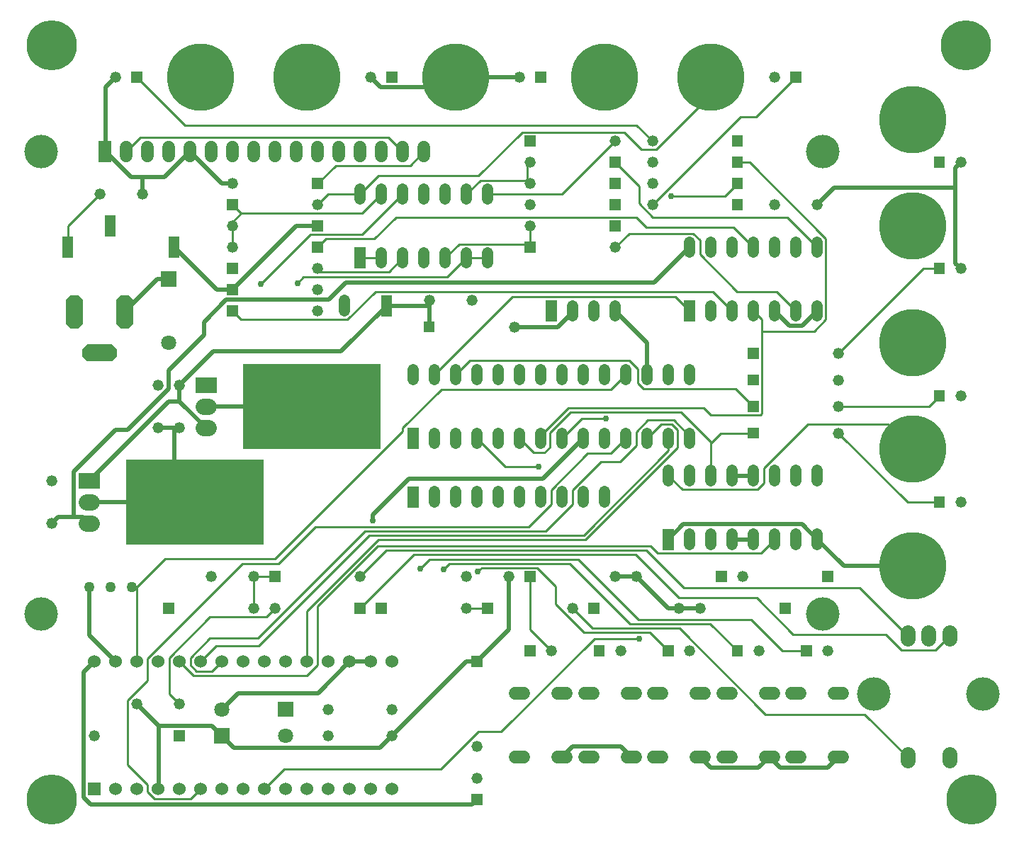
<source format=gtl>
%FSLAX24Y24*%
%MOIN*%
%ADD10C,0.0100*%
%ADD11C,0.0200*%
%ADD12C,0.0300*%
%ADD13C,0.0500*%
%ADD14C,0.0520*%
%ADD15C,0.0591*%
%ADD16C,0.0600*%
%ADD17C,0.0700*%
%ADD18C,0.0709*%
%ADD19C,0.0750*%
%ADD20C,0.1575*%
%ADD21C,0.2362*%
%ADD22C,0.3150*%
D10*
G01X12500Y11000D02*
X12089Y10589D01*
X12089Y10589D02*
X9439Y10589D01*
X9439Y10589D02*
X7531Y8681D01*
X7531Y8681D02*
X7531Y6968D01*
X7531Y6968D02*
X8000Y6500D01*
X35410Y24031D02*
X37858Y24031D01*
X37858Y24031D02*
X38413Y24586D01*
X38413Y24586D02*
X38413Y28408D01*
X38413Y28408D02*
X34821Y32000D01*
X34821Y32000D02*
X34250Y32000D01*
X25000Y18999D02*
X25000Y19150D01*
X25000Y19150D02*
X26295Y20445D01*
X26295Y20445D02*
X32655Y20445D01*
X32655Y20445D02*
X33011Y20089D01*
X33011Y20089D02*
X35335Y20089D01*
X35335Y20089D02*
X35410Y20164D01*
X35410Y20164D02*
X35410Y24031D01*
X35410Y24031D02*
X35410Y24589D01*
X35410Y24589D02*
X35000Y25000D01*
X35000Y28000D02*
X34048Y28951D01*
X34048Y28951D02*
X29971Y28951D01*
X29971Y28951D02*
X29513Y29410D01*
X29513Y29410D02*
X18190Y29410D01*
X18190Y29410D02*
X17169Y28389D01*
X17169Y28389D02*
X14889Y28389D01*
X14889Y28389D02*
X14499Y28000D01*
X28500Y28000D02*
X29150Y28650D01*
X29150Y28650D02*
X32181Y28650D01*
X32181Y28650D02*
X32500Y28331D01*
X32500Y28331D02*
X32500Y27656D01*
X32500Y27656D02*
X34246Y25910D01*
X34246Y25910D02*
X36089Y25910D01*
X36089Y25910D02*
X37000Y25000D01*
X26000Y18999D02*
X26941Y19941D01*
X26941Y19941D02*
X28051Y19941D01*
X30249Y30000D02*
X34391Y34141D01*
X34391Y34141D02*
X35141Y34141D01*
X35141Y34141D02*
X37000Y36000D01*
X34250Y9000D02*
X32978Y10271D01*
X32978Y10271D02*
X29196Y10271D01*
X29196Y10271D02*
X26357Y13110D01*
X26357Y13110D02*
X20703Y13110D01*
X20703Y13110D02*
X20424Y12830D01*
X31000Y9000D02*
X30128Y9871D01*
X30128Y9871D02*
X27042Y9871D01*
X27042Y9871D02*
X25712Y11200D01*
X25712Y11200D02*
X25712Y12037D01*
X25712Y12037D02*
X24840Y12910D01*
X24840Y12910D02*
X22227Y12910D01*
X22227Y12910D02*
X22047Y12730D01*
X24349Y28150D02*
X21150Y28150D01*
X21150Y28150D02*
X20500Y27500D01*
X24500Y28000D02*
X24349Y28150D01*
X24349Y28150D02*
X24500Y28300D01*
X24500Y28300D02*
X24500Y29000D01*
X18500Y30500D02*
X16589Y28589D01*
X16589Y28589D02*
X14153Y28589D01*
X14153Y28589D02*
X11838Y26275D01*
X31000Y18999D02*
X31000Y18423D01*
X31000Y18423D02*
X27016Y14439D01*
X27016Y14439D02*
X16946Y14439D01*
X16946Y14439D02*
X11746Y9239D01*
X11746Y9239D02*
X9739Y9239D01*
X9739Y9239D02*
X9000Y8500D01*
X10500Y25000D02*
X10912Y24587D01*
X10912Y24587D02*
X15911Y24587D01*
X15911Y24587D02*
X17234Y25910D01*
X17234Y25910D02*
X33089Y25910D01*
X33089Y25910D02*
X34000Y25000D01*
X19499Y32500D02*
X18849Y31849D01*
X18849Y31849D02*
X15349Y31849D01*
X15349Y31849D02*
X14499Y31000D01*
X42250Y3999D02*
X40234Y6015D01*
X40234Y6015D02*
X35577Y6015D01*
X35577Y6015D02*
X31521Y10071D01*
X31521Y10071D02*
X27428Y10071D01*
X27428Y10071D02*
X26500Y11000D01*
X21500Y27500D02*
X20589Y26589D01*
X20589Y26589D02*
X13833Y26589D01*
X13833Y26589D02*
X13548Y26304D01*
X22500Y27500D02*
X21500Y27500D01*
X33000Y36000D02*
X33000Y35152D01*
X33000Y35152D02*
X30437Y32589D01*
X30437Y32589D02*
X29743Y32589D01*
X29743Y32589D02*
X28923Y33410D01*
X28923Y33410D02*
X24123Y33410D01*
X24123Y33410D02*
X22074Y31360D01*
X22074Y31360D02*
X17360Y31360D01*
X17360Y31360D02*
X16500Y30500D01*
X14500Y30000D02*
X15000Y30500D01*
X15000Y30500D02*
X16500Y30500D01*
X30000Y18999D02*
X30653Y19653D01*
X30653Y19653D02*
X31169Y19653D01*
X31169Y19653D02*
X31417Y19405D01*
X31417Y19405D02*
X31417Y18557D01*
X31417Y18557D02*
X27099Y14239D01*
X27099Y14239D02*
X17358Y14239D01*
X17358Y14239D02*
X14000Y10881D01*
X14000Y10881D02*
X14000Y8500D01*
X23999Y18999D02*
X24669Y18330D01*
X24669Y18330D02*
X25176Y18330D01*
X25176Y18330D02*
X25429Y18583D01*
X25429Y18583D02*
X25429Y19260D01*
X25429Y19260D02*
X26412Y20243D01*
X26412Y20243D02*
X31604Y20243D01*
X31604Y20243D02*
X33028Y18818D01*
X33000Y17250D02*
X33000Y18790D01*
X33000Y18790D02*
X33028Y18818D01*
X33028Y18818D02*
X33459Y19250D01*
X33459Y19250D02*
X34999Y19250D01*
X21000Y21999D02*
X21668Y22668D01*
X21668Y22668D02*
X29174Y22668D01*
X29174Y22668D02*
X29570Y22272D01*
X29570Y22272D02*
X29570Y21609D01*
X29570Y21609D02*
X29840Y21339D01*
X29840Y21339D02*
X34160Y21339D01*
X34160Y21339D02*
X34999Y20500D01*
X21999Y18999D02*
X23344Y17655D01*
X23344Y17655D02*
X24900Y17655D01*
X16500Y11000D02*
X19022Y13522D01*
X19022Y13522D02*
X29453Y13522D01*
X29453Y13522D02*
X31487Y11487D01*
X31487Y11487D02*
X35154Y11487D01*
X35154Y11487D02*
X36875Y9766D01*
X36875Y9766D02*
X41242Y9766D01*
X41242Y9766D02*
X41965Y9042D01*
X41965Y9042D02*
X43552Y9042D01*
X43552Y9042D02*
X44218Y9708D01*
X29620Y9571D02*
X27515Y9571D01*
X27515Y9571D02*
X23134Y5189D01*
X23134Y5189D02*
X22081Y5189D01*
X22081Y5189D02*
X20314Y3422D01*
X20314Y3422D02*
X12922Y3422D01*
X12922Y3422D02*
X12000Y2500D01*
X31000Y17250D02*
X31656Y16593D01*
X31656Y16593D02*
X35187Y16593D01*
X35187Y16593D02*
X35500Y16906D01*
X35500Y16906D02*
X35500Y17589D01*
X35500Y17589D02*
X37570Y19660D01*
X37570Y19660D02*
X41339Y19660D01*
X41339Y19660D02*
X42500Y18500D01*
X30249Y33000D02*
X29506Y33743D01*
X29506Y33743D02*
X8256Y33743D01*
X8256Y33743D02*
X6000Y36000D01*
X24349Y31150D02*
X24500Y31000D01*
X21500Y30500D02*
X22150Y31150D01*
X22150Y31150D02*
X24349Y31150D01*
X24349Y31150D02*
X24349Y31849D01*
X24349Y31849D02*
X24500Y32000D01*
X10500Y29000D02*
X10500Y28000D01*
X10910Y29589D02*
X10500Y29179D01*
X10500Y29179D02*
X10500Y29000D01*
X10910Y29589D02*
X10500Y30000D01*
X17500Y30500D02*
X16589Y29589D01*
X16589Y29589D02*
X10910Y29589D01*
X24500Y12500D02*
X24500Y10000D01*
X24500Y10000D02*
X25500Y9000D01*
X31999Y18999D02*
X32000Y19106D01*
X32000Y19106D02*
X31252Y19853D01*
X31252Y19853D02*
X30033Y19853D01*
X30033Y19853D02*
X29490Y19309D01*
X29490Y19309D02*
X29490Y18662D01*
X29490Y18662D02*
X28727Y17900D01*
X28727Y17900D02*
X27818Y17900D01*
X27818Y17900D02*
X26500Y16581D01*
X26500Y16581D02*
X26500Y15906D01*
X26500Y15906D02*
X25232Y14639D01*
X25232Y14639D02*
X16735Y14639D01*
X16735Y14639D02*
X11683Y9587D01*
X11683Y9587D02*
X9439Y9587D01*
X9439Y9587D02*
X8534Y8682D01*
X8534Y8682D02*
X8534Y8319D01*
X8534Y8319D02*
X8807Y8046D01*
X8807Y8046D02*
X9546Y8046D01*
X9546Y8046D02*
X10000Y8500D01*
X36000Y14250D02*
X35348Y13598D01*
X35348Y13598D02*
X30496Y13598D01*
X30496Y13598D02*
X30172Y13922D01*
X30172Y13922D02*
X17324Y13922D01*
X17324Y13922D02*
X14500Y11098D01*
X14500Y11098D02*
X14500Y8337D01*
X14500Y8337D02*
X13990Y7828D01*
X13990Y7828D02*
X8671Y7828D01*
X8671Y7828D02*
X8000Y8500D01*
X38999Y20500D02*
X43250Y20500D01*
X43250Y20500D02*
X43750Y21000D01*
X42250Y9708D02*
X39999Y11959D01*
X39999Y11959D02*
X31735Y11959D01*
X31735Y11959D02*
X29972Y13722D01*
X29972Y13722D02*
X17722Y13722D01*
X17722Y13722D02*
X16500Y12500D01*
X20000Y21999D02*
X23653Y25653D01*
X23653Y25653D02*
X31346Y25653D01*
X31346Y25653D02*
X32000Y25000D01*
X4249Y30500D02*
X2750Y29000D01*
X2750Y29000D02*
X2749Y27999D01*
X18500Y32500D02*
X17847Y33152D01*
X17847Y33152D02*
X6152Y33152D01*
X6152Y33152D02*
X5499Y32500D01*
X22500Y11000D02*
X21500Y11000D01*
X18500Y27500D02*
X17849Y26849D01*
X17849Y26849D02*
X14650Y26849D01*
X14650Y26849D02*
X14500Y27000D01*
X28500Y32000D02*
X29616Y30883D01*
X29616Y30883D02*
X29616Y30052D01*
X29616Y30052D02*
X30273Y29395D01*
X30273Y29395D02*
X36604Y29395D01*
X36604Y29395D02*
X38000Y28000D01*
X37500Y9000D02*
X36354Y9000D01*
X36354Y9000D02*
X34882Y10471D01*
X34882Y10471D02*
X29611Y10471D01*
X29611Y10471D02*
X26772Y13310D01*
X26772Y13310D02*
X19769Y13310D01*
X19769Y13310D02*
X19322Y12863D01*
X17500Y27500D02*
X16500Y27500D01*
X29000Y18999D02*
X28295Y18295D01*
X28295Y18295D02*
X27214Y18295D01*
X27214Y18295D02*
X25500Y16581D01*
X25500Y16581D02*
X25500Y15906D01*
X25500Y15906D02*
X24433Y14839D01*
X24433Y14839D02*
X14400Y14839D01*
X14400Y14839D02*
X12651Y13090D01*
X12651Y13090D02*
X10951Y13090D01*
X10951Y13090D02*
X6500Y8639D01*
X6500Y8639D02*
X6500Y7587D01*
X6500Y7587D02*
X5568Y6655D01*
X5568Y6655D02*
X5568Y3631D01*
X5568Y3631D02*
X6500Y2700D01*
X6500Y2700D02*
X6500Y2363D01*
X6500Y2363D02*
X6818Y2045D01*
X6818Y2045D02*
X8545Y2045D01*
X8545Y2045D02*
X9000Y2500D01*
X22500Y30500D02*
X26000Y30500D01*
X26000Y30500D02*
X28500Y33000D01*
X31146Y30417D02*
X33667Y30417D01*
X33667Y30417D02*
X34250Y31000D01*
X29000Y21999D02*
X28310Y21310D01*
X28310Y21310D02*
X20325Y21310D01*
X20325Y21310D02*
X18513Y19498D01*
X18513Y19498D02*
X18513Y19332D01*
X18513Y19332D02*
X12510Y13330D01*
X12510Y13330D02*
X7330Y13330D01*
X7330Y13330D02*
X6000Y12000D01*
X6000Y12000D02*
X6000Y8500D01*
X6000Y12000D02*
X5750Y12000D01*
X38999Y19250D02*
X42250Y16000D01*
X42250Y16000D02*
X43750Y16000D01*
X11499Y12500D02*
X11500Y11000D01*
X12500Y12500D02*
X11499Y12500D01*
X38999Y23000D02*
X43000Y27000D01*
X43000Y27000D02*
X43750Y26999D01*
D11*
G01X7500Y26500D02*
X6966Y26500D01*
X6966Y26500D02*
X5431Y24964D01*
X30000Y21999D02*
X30000Y23500D01*
X30000Y23500D02*
X28500Y25000D01*
X36000Y25000D02*
X36706Y24293D01*
X36706Y24293D02*
X37293Y24293D01*
X37293Y24293D02*
X38000Y25000D01*
X10750Y15999D02*
X7750Y15999D01*
X7750Y19500D02*
X6999Y19500D01*
X7999Y19500D02*
X7750Y19500D01*
X7750Y19500D02*
X7750Y15999D01*
X13250Y20500D02*
X9250Y20500D01*
X16250Y20500D02*
X13250Y20500D01*
X31500Y11000D02*
X31000Y11000D01*
X31000Y11000D02*
X29500Y12500D01*
X32499Y11000D02*
X31500Y11000D01*
X4547Y32500D02*
X4547Y35547D01*
X4547Y35547D02*
X5000Y36000D01*
X6250Y31301D02*
X5745Y31301D01*
X5745Y31301D02*
X4547Y32500D01*
X4547Y32500D02*
X4499Y32500D01*
X6250Y31301D02*
X6250Y30500D01*
X8499Y32500D02*
X7301Y31301D01*
X7301Y31301D02*
X6250Y31301D01*
X7039Y5460D02*
X6000Y6500D01*
X10000Y5000D02*
X9539Y5460D01*
X9539Y5460D02*
X7039Y5460D01*
X7039Y5460D02*
X7039Y2539D01*
X7039Y2539D02*
X7000Y2500D01*
X5000Y8500D02*
X3750Y9750D01*
X3750Y9750D02*
X3750Y12000D01*
X18000Y5000D02*
X21500Y8500D01*
X21500Y8500D02*
X22000Y8500D01*
X10000Y5000D02*
X10564Y4435D01*
X10564Y4435D02*
X17435Y4435D01*
X17435Y4435D02*
X18000Y5000D01*
X39000Y4000D02*
X38499Y3499D01*
X38499Y3499D02*
X36250Y3499D01*
X36250Y3499D02*
X35749Y4000D01*
X29250Y4000D02*
X28749Y4500D01*
X28749Y4500D02*
X26500Y4500D01*
X26500Y4500D02*
X26000Y4000D01*
X8499Y32500D02*
X10000Y31000D01*
X10000Y31000D02*
X10500Y31000D01*
X44500Y30796D02*
X44500Y27250D01*
X44500Y27250D02*
X44750Y26999D01*
X44750Y31999D02*
X44500Y31750D01*
X44500Y31750D02*
X44500Y30796D01*
X44500Y30796D02*
X38796Y30796D01*
X38796Y30796D02*
X37999Y30000D01*
X32500Y4000D02*
X33007Y3492D01*
X33007Y3492D02*
X35242Y3492D01*
X35242Y3492D02*
X35749Y4000D01*
X21000Y36000D02*
X20539Y35539D01*
X20539Y35539D02*
X17460Y35539D01*
X17460Y35539D02*
X16999Y36000D01*
X24000Y36000D02*
X21000Y36000D01*
X34000Y17250D02*
X35000Y17250D01*
X35000Y14250D02*
X34000Y14250D01*
X28500Y12500D02*
X29500Y12500D01*
X23500Y12500D02*
X23500Y10000D01*
X23500Y10000D02*
X22000Y8500D01*
X3750Y15999D02*
X7750Y15999D01*
X7749Y27999D02*
X9750Y26000D01*
X9750Y26000D02*
X10500Y26000D01*
X10500Y26000D02*
X13500Y29000D01*
X13500Y29000D02*
X14499Y29000D01*
X8000Y20750D02*
X8000Y21500D01*
X9250Y19500D02*
X8000Y20750D01*
X3750Y16999D02*
X7500Y20750D01*
X7500Y20750D02*
X8000Y20750D01*
X17749Y25250D02*
X15612Y23112D01*
X15612Y23112D02*
X9612Y23112D01*
X9612Y23112D02*
X8000Y21500D01*
X31000Y14250D02*
X31711Y14961D01*
X31711Y14961D02*
X37288Y14961D01*
X37288Y14961D02*
X38000Y14250D01*
X38000Y14250D02*
X39250Y13000D01*
X39250Y13000D02*
X42500Y13000D01*
X19750Y25250D02*
X17749Y25250D01*
X19750Y24250D02*
X19750Y25250D01*
X19750Y25250D02*
X19750Y25500D01*
X23750Y24250D02*
X25802Y24250D01*
X25802Y24250D02*
X26500Y24947D01*
X26500Y24947D02*
X26500Y25000D01*
X4000Y8500D02*
X3499Y7999D01*
X3499Y7999D02*
X3499Y2115D01*
X3499Y2115D02*
X3841Y1773D01*
X3841Y1773D02*
X21773Y1773D01*
X21773Y1773D02*
X22000Y2000D01*
X32000Y28000D02*
X30339Y26339D01*
X30339Y26339D02*
X15843Y26339D01*
X15843Y26339D02*
X15043Y25539D01*
X15043Y25539D02*
X10207Y25539D01*
X10207Y25539D02*
X9153Y24485D01*
X9153Y24485D02*
X9153Y23853D01*
X9153Y23853D02*
X7500Y22199D01*
X7500Y22199D02*
X7500Y21320D01*
X7500Y21320D02*
X5575Y19396D01*
X5575Y19396D02*
X4982Y19396D01*
X4982Y19396D02*
X3035Y17449D01*
X3035Y17449D02*
X3035Y15287D01*
X1999Y15000D02*
X2287Y15287D01*
X2287Y15287D02*
X3035Y15287D01*
X3035Y15287D02*
X3462Y15287D01*
X3462Y15287D02*
X3750Y15000D01*
X26999Y18999D02*
X25102Y17102D01*
X25102Y17102D02*
X18796Y17102D01*
X18796Y17102D02*
X17091Y15396D01*
X17091Y15396D02*
X17091Y15139D01*
X15999Y8500D02*
X14516Y7016D01*
X14516Y7016D02*
X10766Y7016D01*
X10766Y7016D02*
X9999Y6250D01*
X15999Y8500D02*
X17000Y8500D01*
D12*
G01X28051Y19941D03*
X20424Y12830D03*
X22047Y12730D03*
X11838Y26275D03*
X13548Y26304D03*
X24900Y17655D03*
X29620Y9571D03*
X19322Y12863D03*
X31146Y30417D03*
X17091Y15139D03*
D13*
G01X5750Y12000D03*
X3750Y12000D03*
X4750Y12000D03*
D14*
G01X25500Y9000D03*
X26500Y11000D03*
X12500Y11000D03*
X21499Y12500D03*
X23500Y12500D03*
X24500Y31000D03*
X14500Y25000D03*
X32000Y9000D03*
X14500Y27000D03*
X2000Y15000D03*
X2000Y17000D03*
X8000Y21500D03*
X8000Y19500D03*
X21500Y11000D03*
X28500Y12500D03*
X8000Y6500D03*
X6000Y6500D03*
X24500Y32000D03*
X22000Y3000D03*
X10500Y31000D03*
X7000Y21500D03*
X6999Y19500D03*
X22000Y4500D03*
X28750Y9000D03*
X38500Y9000D03*
X4250Y30500D03*
X6250Y30500D03*
X18000Y6250D03*
X15000Y6250D03*
X24500Y30000D03*
X11500Y11000D03*
X23750Y24250D03*
X28500Y28000D03*
X4000Y5000D03*
X24500Y29000D03*
X16500Y12500D03*
X35250Y9000D03*
X14500Y26000D03*
X11499Y12500D03*
X9499Y12500D03*
X32499Y11000D03*
X29500Y12500D03*
X34500Y12500D03*
X15000Y5000D03*
X18000Y5000D03*
X31500Y11000D03*
X28500Y33000D03*
X14500Y30000D03*
X10500Y29000D03*
X10500Y28000D03*
X19750Y25500D03*
X21750Y25500D03*
X5000Y36000D03*
X16999Y36000D03*
X24000Y36000D03*
X36000Y36000D03*
X30250Y33000D03*
X30250Y32000D03*
X30250Y30000D03*
X30250Y31000D03*
X36000Y30000D03*
X37999Y30000D03*
X44750Y32000D03*
X44750Y26999D03*
X44750Y21000D03*
X44750Y16000D03*
X38999Y23000D03*
X38999Y21750D03*
X38999Y20500D03*
X38999Y19250D03*
X20000Y16010D02*
X20000Y16490D01*
X26999Y16010D02*
X26999Y16490D01*
X28000Y16010D02*
X28000Y16490D01*
X26000Y16010D02*
X26000Y16490D01*
X23999Y16010D02*
X23999Y16490D01*
X23000Y16010D02*
X23000Y16490D01*
X21000Y16010D02*
X21000Y16490D01*
X21999Y16010D02*
X21999Y16490D01*
X25000Y16010D02*
X25000Y16490D01*
X28500Y24760D02*
X28500Y25240D01*
X27500Y24760D02*
X27500Y25240D01*
X26500Y24760D02*
X26500Y25240D01*
X15749Y25490D02*
X15749Y25010D01*
X20500Y30260D02*
X20500Y30740D01*
X17500Y27260D02*
X17500Y27740D01*
X19500Y30260D02*
X19500Y30740D01*
X18500Y30260D02*
X18500Y30740D01*
X18500Y27260D02*
X18500Y27740D01*
X22500Y27260D02*
X22500Y27740D01*
X22500Y30260D02*
X22500Y30740D01*
X17500Y30260D02*
X17500Y30740D01*
X16500Y30260D02*
X16500Y30740D01*
X20500Y27260D02*
X20500Y27740D01*
X21500Y27260D02*
X21500Y27740D01*
X21500Y30260D02*
X21500Y30740D01*
X19500Y27260D02*
X19500Y27740D01*
X26000Y18760D02*
X26000Y19240D01*
X29000Y18760D02*
X29000Y19240D01*
X28000Y21760D02*
X28000Y22239D01*
X23000Y18760D02*
X23000Y19240D01*
X29000Y21760D02*
X29000Y22239D01*
X20000Y21760D02*
X20000Y22239D01*
X21999Y21760D02*
X21999Y22239D01*
X31000Y18760D02*
X31000Y19240D01*
X21000Y21760D02*
X21000Y22239D01*
X26000Y21760D02*
X26000Y22239D01*
X31000Y21760D02*
X31000Y22239D01*
X32000Y21760D02*
X32000Y22239D01*
X18999Y21760D02*
X18999Y22239D01*
X25000Y21760D02*
X25000Y22239D01*
X32000Y18760D02*
X32000Y19240D01*
X26999Y21760D02*
X26999Y22239D01*
X25000Y18760D02*
X25000Y19240D01*
X30000Y21760D02*
X30000Y22239D01*
X30000Y18760D02*
X30000Y19240D01*
X21999Y18760D02*
X21999Y19240D01*
X23999Y21760D02*
X23999Y22239D01*
X20000Y18760D02*
X20000Y19240D01*
X21000Y18760D02*
X21000Y19240D01*
X23000Y21760D02*
X23000Y22239D01*
X23999Y18760D02*
X23999Y19240D01*
X28000Y18760D02*
X28000Y19240D01*
X26999Y18760D02*
X26999Y19240D01*
X38000Y24760D02*
X38000Y25240D01*
X33000Y24760D02*
X33000Y25240D01*
X35000Y27760D02*
X35000Y28240D01*
X38000Y27760D02*
X38000Y28240D01*
X34000Y27760D02*
X34000Y28240D01*
X36000Y27760D02*
X36000Y28240D01*
X35000Y24760D02*
X35000Y25240D01*
X36000Y24760D02*
X36000Y25240D01*
X37000Y24760D02*
X37000Y25240D01*
X34000Y24760D02*
X34000Y25240D01*
X33000Y27760D02*
X33000Y28240D01*
X32000Y27760D02*
X32000Y28240D01*
X37000Y27760D02*
X37000Y28240D01*
X35000Y17010D02*
X35000Y17490D01*
X36000Y14010D02*
X36000Y14490D01*
X33000Y17010D02*
X33000Y17490D01*
X34000Y17010D02*
X34000Y17490D01*
X35000Y14010D02*
X35000Y14490D01*
X33000Y14010D02*
X33000Y14490D01*
X36000Y17010D02*
X36000Y17490D01*
X38000Y17010D02*
X38000Y17490D01*
X37000Y17010D02*
X37000Y17490D01*
X38000Y14010D02*
X38000Y14490D01*
X37000Y14010D02*
X37000Y14490D01*
X31000Y17010D02*
X31000Y17490D01*
X32000Y17010D02*
X32000Y17490D01*
X34000Y14010D02*
X34000Y14490D01*
X32000Y14010D02*
X32000Y14490D01*
D15*
G01X11499Y32295D02*
X11499Y32704D01*
X12499Y32295D02*
X12499Y32704D01*
X18500Y32295D02*
X18500Y32704D01*
X13499Y32295D02*
X13499Y32704D01*
X6499Y32295D02*
X6499Y32704D01*
X19499Y32295D02*
X19499Y32704D01*
X8499Y32295D02*
X8499Y32704D01*
X17499Y32295D02*
X17499Y32704D01*
X9499Y32295D02*
X9499Y32704D01*
X7499Y32295D02*
X7499Y32704D01*
X16499Y32295D02*
X16499Y32704D01*
X10499Y32295D02*
X10499Y32704D01*
X5499Y32295D02*
X5499Y32704D01*
X14499Y32295D02*
X14499Y32704D01*
X15500Y32295D02*
X15500Y32704D01*
D16*
G01X9000Y8500D03*
X9000Y2500D03*
X8000Y8500D03*
X11000Y8500D03*
X17000Y8500D03*
X13000Y2500D03*
X5000Y2500D03*
X16000Y2500D03*
X13000Y8500D03*
X10000Y2500D03*
X14000Y8500D03*
X4000Y8500D03*
X6000Y8500D03*
X17000Y2500D03*
X18000Y8500D03*
X16000Y8500D03*
X15000Y8500D03*
X6000Y2500D03*
X14000Y2500D03*
X7000Y8500D03*
X11000Y2500D03*
X15000Y2500D03*
X18000Y2500D03*
X12000Y2500D03*
X7000Y2500D03*
X8000Y2500D03*
X10000Y8500D03*
X5000Y8500D03*
X12000Y8500D03*
X39200Y4000D02*
X38800Y4000D01*
X37199Y7000D02*
X36800Y7000D01*
X37199Y4000D02*
X36800Y4000D01*
X39200Y7000D02*
X38800Y7000D01*
X32700Y4000D02*
X32300Y4000D01*
X30700Y7000D02*
X30300Y7000D01*
X30700Y4000D02*
X30300Y4000D01*
X32700Y7000D02*
X32300Y7000D01*
X26199Y4000D02*
X25800Y4000D01*
X24200Y7000D02*
X23800Y7000D01*
X24200Y4000D02*
X23800Y4000D01*
X26199Y7000D02*
X25800Y7000D01*
X35949Y4000D02*
X35550Y4000D01*
X33949Y7000D02*
X33549Y7000D01*
X33949Y4000D02*
X33549Y4000D01*
X35949Y7000D02*
X35550Y7000D01*
X29450Y4000D02*
X29050Y4000D01*
X27450Y7000D02*
X27050Y7000D01*
X27450Y4000D02*
X27050Y4000D01*
X29450Y7000D02*
X29050Y7000D01*
D17*
G01X42250Y3850D02*
X42250Y4149D01*
X42250Y9558D02*
X42250Y9858D01*
X43234Y9558D02*
X43234Y9858D01*
X44218Y9558D02*
X44218Y9858D01*
X44218Y3850D02*
X44218Y4149D01*
D18*
G01X9999Y6250D03*
X13000Y5000D03*
X7500Y23500D03*
D19*
G01X9125Y19500D02*
X9375Y19500D01*
X9125Y20500D02*
X9375Y20500D01*
X3625Y15000D02*
X3875Y15000D01*
X3625Y16000D02*
X3875Y16000D01*
D20*
G01X1499Y32500D03*
X38250Y10749D03*
X1499Y10749D03*
X38250Y32500D03*
X45793Y6952D03*
X40675Y6952D03*
D21*
G01X45000Y37500D03*
X2000Y2000D03*
X45250Y2000D03*
X2000Y37500D03*
D22*
G01X33000Y36000D03*
X28000Y36000D03*
X13999Y36000D03*
X9000Y36000D03*
X21000Y36000D03*
X42500Y34000D03*
X42500Y29000D03*
X42500Y23500D03*
X42500Y18500D03*
X42500Y13000D03*
G36*
X24760Y9260D02*G01*
X24240Y9260D01*X24240Y8740D01*X24760Y8740D01*G37*
G36*
X22760Y11260D02*G01*
X22240Y11260D01*X22240Y10740D01*X22760Y10740D01*G37*
G36*
X2489Y27499D02*G01*
X3009Y27499D01*X3009Y28500D01*X2489Y28500D01*G37*
G36*
X7489Y27499D02*G01*
X8009Y27499D01*X8009Y28499D01*X7489Y28500D01*G37*
G36*
X4489Y28500D02*G01*
X5009Y28500D01*X5009Y29500D01*X4489Y29500D01*G37*
G36*
X12645Y5895D02*G01*
X13354Y5895D01*X13354Y6604D01*X12645Y6604D01*G37*
G36*
X16240Y10740D02*G01*
X16760Y10740D01*X16760Y11260D01*X16240Y11260D01*G37*
G36*
X28240Y30739D02*G01*
X28760Y30739D01*X28760Y31259D01*X28240Y31259D01*G37*
G36*
X10760Y25260D02*G01*
X10240Y25260D01*X10240Y24740D01*X10760Y24740D01*G37*
G36*
X31260Y9260D02*G01*
X30740Y9260D01*X30740Y8740D01*X31260Y8740D01*G37*
G36*
X10760Y27260D02*G01*
X10240Y27260D01*X10240Y26740D01*X10760Y26740D01*G37*
G36*
X17760Y11260D02*G01*
X17240Y11260D01*X17240Y10740D01*X17760Y10740D01*G37*
G36*
X24760Y12760D02*G01*
X24240Y12760D01*X24240Y12240D01*X24760Y12240D01*G37*
G36*
X28240Y31740D02*G01*
X28760Y31740D01*X28760Y32260D01*X28240Y32260D01*G37*
G36*
X4795Y32999D02*G01*
X4204Y32999D01*X4204Y32000D01*X4795Y32000D01*G37*
G36*
X21740Y2260D02*G01*
X21740Y1740D01*X22260Y1740D01*X22260Y2260D01*G37*
G36*
X14239Y30739D02*G01*
X14760Y30739D01*X14760Y31259D01*X14239Y31259D01*G37*
G36*
X22260Y8240D02*G01*
X22260Y8760D01*X21740Y8760D01*X21740Y8240D01*G37*
G36*
X28010Y9260D02*G01*
X27490Y9260D01*X27490Y8740D01*X28010Y8740D01*G37*
G36*
X10354Y5354D02*G01*
X9645Y5354D01*X9645Y4645D01*X10354Y4645D01*G37*
G36*
X37760Y9260D02*G01*
X37240Y9260D01*X37240Y8740D01*X37760Y8740D01*G37*
G36*
X28240Y29740D02*G01*
X28760Y29740D01*X28760Y30260D01*X28240Y30260D01*G37*
G36*
X15500Y18500D02*G01*
X15500Y22500D01*X11000Y22500D01*X11000Y18500D01*G37*
G36*
X17449Y18500D02*G01*
X17450Y22500D01*X15050Y22500D01*X15050Y18500D01*G37*
G36*
X9750Y21125D02*G01*
X9750Y21875D01*X8750Y21875D01*X8750Y21125D01*G37*
G36*
X7854Y26145D02*G01*
X7854Y26854D01*X7145Y26854D01*X7145Y26145D01*G37*
G36*
X7760Y11260D02*G01*
X7240Y11260D01*X7240Y10740D01*X7760Y10740D01*G37*
G36*
X20010Y24510D02*G01*
X19490Y24510D01*X19490Y23990D01*X20010Y23990D01*G37*
G36*
X24760Y28260D02*G01*
X24240Y28260D01*X24240Y27740D01*X24760Y27740D01*G37*
G36*
X7740Y4740D02*G01*
X8260Y4740D01*X8260Y5260D01*X7740Y5260D01*G37*
G36*
X28240Y28740D02*G01*
X28760Y28740D01*X28760Y29260D01*X28240Y29260D01*G37*
G36*
X12760Y12760D02*G01*
X12240Y12760D01*X12240Y12240D01*X12760Y12240D01*G37*
G36*
X34510Y9260D02*G01*
X33990Y9260D01*X33990Y8740D01*X34510Y8740D01*G37*
G36*
X10760Y26260D02*G01*
X10240Y26260D01*X10240Y25740D01*X10760Y25740D01*G37*
G36*
X36240Y10740D02*G01*
X36759Y10740D01*X36759Y11260D01*X36240Y11260D01*G37*
G36*
X33240Y12240D02*G01*
X33760Y12240D01*X33760Y12760D01*X33240Y12760D01*G37*
G36*
X38240Y12240D02*G01*
X38760Y12240D01*X38760Y12760D01*X38240Y12760D01*G37*
G36*
X27760Y11260D02*G01*
X27240Y11260D01*X27240Y10740D01*X27760Y10740D01*G37*
G36*
X19260Y16750D02*G01*
X18740Y16750D01*X18740Y15750D01*X19260Y15750D01*G37*
G36*
X10000Y13999D02*G01*
X10000Y18000D01*X5500Y18000D01*X5500Y13999D01*G37*
G36*
X11949Y13999D02*G01*
X11950Y18000D01*X9550Y18000D01*X9550Y13999D01*G37*
G36*
X4250Y16625D02*G01*
X4250Y17375D01*X3250Y17375D01*X3250Y16625D01*G37*
G36*
X5594Y25751D02*G01*
X5824Y25521D01*X5824Y24407D01*X5594Y24177D01*X5268Y24177D01*X5037Y24407D01*X5037Y25521D01*X5268Y25751D01*G37*
G36*
X4846Y23429D02*G01*
X5076Y23198D01*X5076Y22872D01*X4846Y22641D01*X3653Y22641D01*X3423Y22872D01*X3423Y23198D01*X3653Y23429D01*G37*
G36*
X3231Y25751D02*G01*
X3462Y25521D01*X3462Y24407D01*X3231Y24177D01*X2905Y24177D01*X2675Y24407D01*X2675Y25521D01*X2905Y25751D01*G37*
G36*
X25760Y25500D02*G01*
X25240Y25500D01*X25240Y24499D01*X25760Y24499D01*G37*
G36*
X17489Y24750D02*G01*
X18010Y24750D01*X18010Y25750D01*X17489Y25750D01*G37*
G36*
X16760Y28000D02*G01*
X16240Y28000D01*X16240Y27000D01*X16760Y27000D01*G37*
G36*
X24760Y33260D02*G01*
X24240Y33260D01*X24240Y32740D01*X24760Y32740D01*G37*
G36*
X10760Y30260D02*G01*
X10240Y30260D01*X10240Y29740D01*X10760Y29740D01*G37*
G36*
X14239Y28740D02*G01*
X14760Y28740D01*X14760Y29260D01*X14239Y29260D01*G37*
G36*
X14239Y27739D02*G01*
X14760Y27739D01*X14760Y28259D01*X14239Y28259D01*G37*
G36*
X4300Y2800D02*G01*
X3700Y2800D01*X3700Y2200D01*X4300Y2200D01*G37*
G36*
X19260Y19499D02*G01*
X18740Y19499D01*X18740Y18500D01*X19260Y18500D01*G37*
G36*
X32260Y25500D02*G01*
X31740Y25500D01*X31740Y24500D01*X32260Y24500D01*G37*
G36*
X5740Y35739D02*G01*
X6260Y35739D01*X6260Y36260D01*X5740Y36260D01*G37*
G36*
X17739Y35739D02*G01*
X18259Y35739D01*X18259Y36260D01*X17739Y36260D01*G37*
G36*
X24740Y35739D02*G01*
X25260Y35739D01*X25260Y36260D01*X24740Y36260D01*G37*
G36*
X36740Y35739D02*G01*
X37260Y35739D01*X37260Y36260D01*X36740Y36260D01*G37*
G36*
X33990Y32740D02*G01*
X34510Y32740D01*X34510Y33260D01*X33990Y33260D01*G37*
G36*
X33990Y31740D02*G01*
X34510Y31740D01*X34510Y32260D01*X33990Y32260D01*G37*
G36*
X33990Y29740D02*G01*
X34510Y29740D01*X34510Y30260D01*X33990Y30260D01*G37*
G36*
X33990Y30739D02*G01*
X34510Y30739D01*X34510Y31259D01*X33990Y31259D01*G37*
G36*
X44010Y32260D02*G01*
X43490Y32260D01*X43490Y31740D01*X44010Y31740D01*G37*
G36*
X44010Y27260D02*G01*
X43490Y27260D01*X43490Y26740D01*X44010Y26740D01*G37*
G36*
X44010Y21260D02*G01*
X43490Y21260D01*X43490Y20739D01*X44010Y20739D01*G37*
G36*
X44010Y16260D02*G01*
X43490Y16260D01*X43490Y15740D01*X44010Y15740D01*G37*
G36*
X35260Y23260D02*G01*
X34740Y23260D01*X34740Y22740D01*X35260Y22740D01*G37*
G36*
X35260Y22010D02*G01*
X34740Y22010D01*X34740Y21490D01*X35260Y21490D01*G37*
G36*
X35260Y20760D02*G01*
X34740Y20760D01*X34740Y20240D01*X35260Y20240D01*G37*
G36*
X35260Y19510D02*G01*
X34740Y19510D01*X34740Y18990D01*X35260Y18990D01*G37*
G36*
X31260Y14750D02*G01*
X30740Y14750D01*X30740Y13750D01*X31260Y13750D01*G37*
M02*

</source>
